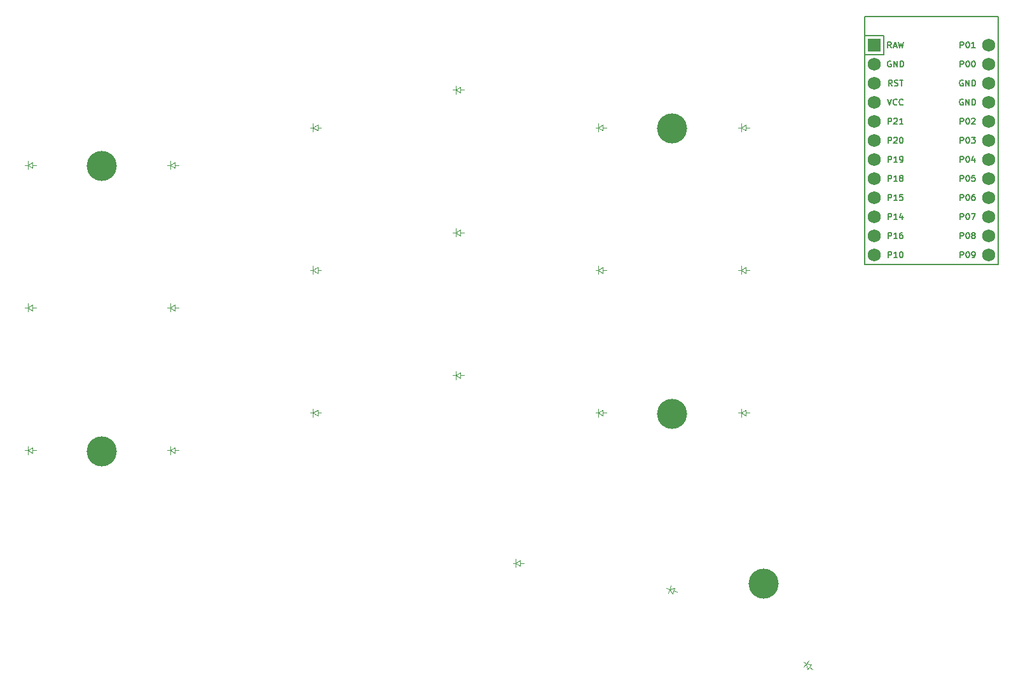
<source format=gbr>
%TF.GenerationSoftware,KiCad,Pcbnew,9.0.3*%
%TF.CreationDate,2025-09-27T17:43:50-06:00*%
%TF.ProjectId,left_connected,6c656674-5f63-46f6-9e6e-65637465642e,v1.0.0*%
%TF.SameCoordinates,Original*%
%TF.FileFunction,Legend,Top*%
%TF.FilePolarity,Positive*%
%FSLAX46Y46*%
G04 Gerber Fmt 4.6, Leading zero omitted, Abs format (unit mm)*
G04 Created by KiCad (PCBNEW 9.0.3) date 2025-09-27 17:43:50*
%MOMM*%
%LPD*%
G01*
G04 APERTURE LIST*
%ADD10C,0.150000*%
%ADD11C,0.100000*%
%ADD12R,1.752600X1.752600*%
%ADD13C,1.752600*%
%ADD14C,4.000000*%
G04 APERTURE END LIST*
D10*
X214133333Y-58212295D02*
X214400000Y-59012295D01*
X214400000Y-59012295D02*
X214666666Y-58212295D01*
X215390476Y-58936104D02*
X215352380Y-58974200D01*
X215352380Y-58974200D02*
X215238095Y-59012295D01*
X215238095Y-59012295D02*
X215161904Y-59012295D01*
X215161904Y-59012295D02*
X215047618Y-58974200D01*
X215047618Y-58974200D02*
X214971428Y-58898009D01*
X214971428Y-58898009D02*
X214933333Y-58821819D01*
X214933333Y-58821819D02*
X214895237Y-58669438D01*
X214895237Y-58669438D02*
X214895237Y-58555152D01*
X214895237Y-58555152D02*
X214933333Y-58402771D01*
X214933333Y-58402771D02*
X214971428Y-58326580D01*
X214971428Y-58326580D02*
X215047618Y-58250390D01*
X215047618Y-58250390D02*
X215161904Y-58212295D01*
X215161904Y-58212295D02*
X215238095Y-58212295D01*
X215238095Y-58212295D02*
X215352380Y-58250390D01*
X215352380Y-58250390D02*
X215390476Y-58288485D01*
X216190476Y-58936104D02*
X216152380Y-58974200D01*
X216152380Y-58974200D02*
X216038095Y-59012295D01*
X216038095Y-59012295D02*
X215961904Y-59012295D01*
X215961904Y-59012295D02*
X215847618Y-58974200D01*
X215847618Y-58974200D02*
X215771428Y-58898009D01*
X215771428Y-58898009D02*
X215733333Y-58821819D01*
X215733333Y-58821819D02*
X215695237Y-58669438D01*
X215695237Y-58669438D02*
X215695237Y-58555152D01*
X215695237Y-58555152D02*
X215733333Y-58402771D01*
X215733333Y-58402771D02*
X215771428Y-58326580D01*
X215771428Y-58326580D02*
X215847618Y-58250390D01*
X215847618Y-58250390D02*
X215961904Y-58212295D01*
X215961904Y-58212295D02*
X216038095Y-58212295D01*
X216038095Y-58212295D02*
X216152380Y-58250390D01*
X216152380Y-58250390D02*
X216190476Y-58288485D01*
X214228571Y-61552295D02*
X214228571Y-60752295D01*
X214228571Y-60752295D02*
X214533333Y-60752295D01*
X214533333Y-60752295D02*
X214609523Y-60790390D01*
X214609523Y-60790390D02*
X214647618Y-60828485D01*
X214647618Y-60828485D02*
X214685714Y-60904676D01*
X214685714Y-60904676D02*
X214685714Y-61018961D01*
X214685714Y-61018961D02*
X214647618Y-61095152D01*
X214647618Y-61095152D02*
X214609523Y-61133247D01*
X214609523Y-61133247D02*
X214533333Y-61171342D01*
X214533333Y-61171342D02*
X214228571Y-61171342D01*
X214990475Y-60828485D02*
X215028571Y-60790390D01*
X215028571Y-60790390D02*
X215104761Y-60752295D01*
X215104761Y-60752295D02*
X215295237Y-60752295D01*
X215295237Y-60752295D02*
X215371428Y-60790390D01*
X215371428Y-60790390D02*
X215409523Y-60828485D01*
X215409523Y-60828485D02*
X215447618Y-60904676D01*
X215447618Y-60904676D02*
X215447618Y-60980866D01*
X215447618Y-60980866D02*
X215409523Y-61095152D01*
X215409523Y-61095152D02*
X214952380Y-61552295D01*
X214952380Y-61552295D02*
X215447618Y-61552295D01*
X216209523Y-61552295D02*
X215752380Y-61552295D01*
X215980952Y-61552295D02*
X215980952Y-60752295D01*
X215980952Y-60752295D02*
X215904761Y-60866580D01*
X215904761Y-60866580D02*
X215828571Y-60942771D01*
X215828571Y-60942771D02*
X215752380Y-60980866D01*
X223828571Y-61552295D02*
X223828571Y-60752295D01*
X223828571Y-60752295D02*
X224133333Y-60752295D01*
X224133333Y-60752295D02*
X224209523Y-60790390D01*
X224209523Y-60790390D02*
X224247618Y-60828485D01*
X224247618Y-60828485D02*
X224285714Y-60904676D01*
X224285714Y-60904676D02*
X224285714Y-61018961D01*
X224285714Y-61018961D02*
X224247618Y-61095152D01*
X224247618Y-61095152D02*
X224209523Y-61133247D01*
X224209523Y-61133247D02*
X224133333Y-61171342D01*
X224133333Y-61171342D02*
X223828571Y-61171342D01*
X224780952Y-60752295D02*
X224857142Y-60752295D01*
X224857142Y-60752295D02*
X224933333Y-60790390D01*
X224933333Y-60790390D02*
X224971428Y-60828485D01*
X224971428Y-60828485D02*
X225009523Y-60904676D01*
X225009523Y-60904676D02*
X225047618Y-61057057D01*
X225047618Y-61057057D02*
X225047618Y-61247533D01*
X225047618Y-61247533D02*
X225009523Y-61399914D01*
X225009523Y-61399914D02*
X224971428Y-61476104D01*
X224971428Y-61476104D02*
X224933333Y-61514200D01*
X224933333Y-61514200D02*
X224857142Y-61552295D01*
X224857142Y-61552295D02*
X224780952Y-61552295D01*
X224780952Y-61552295D02*
X224704761Y-61514200D01*
X224704761Y-61514200D02*
X224666666Y-61476104D01*
X224666666Y-61476104D02*
X224628571Y-61399914D01*
X224628571Y-61399914D02*
X224590475Y-61247533D01*
X224590475Y-61247533D02*
X224590475Y-61057057D01*
X224590475Y-61057057D02*
X224628571Y-60904676D01*
X224628571Y-60904676D02*
X224666666Y-60828485D01*
X224666666Y-60828485D02*
X224704761Y-60790390D01*
X224704761Y-60790390D02*
X224780952Y-60752295D01*
X225352380Y-60828485D02*
X225390476Y-60790390D01*
X225390476Y-60790390D02*
X225466666Y-60752295D01*
X225466666Y-60752295D02*
X225657142Y-60752295D01*
X225657142Y-60752295D02*
X225733333Y-60790390D01*
X225733333Y-60790390D02*
X225771428Y-60828485D01*
X225771428Y-60828485D02*
X225809523Y-60904676D01*
X225809523Y-60904676D02*
X225809523Y-60980866D01*
X225809523Y-60980866D02*
X225771428Y-61095152D01*
X225771428Y-61095152D02*
X225314285Y-61552295D01*
X225314285Y-61552295D02*
X225809523Y-61552295D01*
X223828571Y-66632295D02*
X223828571Y-65832295D01*
X223828571Y-65832295D02*
X224133333Y-65832295D01*
X224133333Y-65832295D02*
X224209523Y-65870390D01*
X224209523Y-65870390D02*
X224247618Y-65908485D01*
X224247618Y-65908485D02*
X224285714Y-65984676D01*
X224285714Y-65984676D02*
X224285714Y-66098961D01*
X224285714Y-66098961D02*
X224247618Y-66175152D01*
X224247618Y-66175152D02*
X224209523Y-66213247D01*
X224209523Y-66213247D02*
X224133333Y-66251342D01*
X224133333Y-66251342D02*
X223828571Y-66251342D01*
X224780952Y-65832295D02*
X224857142Y-65832295D01*
X224857142Y-65832295D02*
X224933333Y-65870390D01*
X224933333Y-65870390D02*
X224971428Y-65908485D01*
X224971428Y-65908485D02*
X225009523Y-65984676D01*
X225009523Y-65984676D02*
X225047618Y-66137057D01*
X225047618Y-66137057D02*
X225047618Y-66327533D01*
X225047618Y-66327533D02*
X225009523Y-66479914D01*
X225009523Y-66479914D02*
X224971428Y-66556104D01*
X224971428Y-66556104D02*
X224933333Y-66594200D01*
X224933333Y-66594200D02*
X224857142Y-66632295D01*
X224857142Y-66632295D02*
X224780952Y-66632295D01*
X224780952Y-66632295D02*
X224704761Y-66594200D01*
X224704761Y-66594200D02*
X224666666Y-66556104D01*
X224666666Y-66556104D02*
X224628571Y-66479914D01*
X224628571Y-66479914D02*
X224590475Y-66327533D01*
X224590475Y-66327533D02*
X224590475Y-66137057D01*
X224590475Y-66137057D02*
X224628571Y-65984676D01*
X224628571Y-65984676D02*
X224666666Y-65908485D01*
X224666666Y-65908485D02*
X224704761Y-65870390D01*
X224704761Y-65870390D02*
X224780952Y-65832295D01*
X225733333Y-66098961D02*
X225733333Y-66632295D01*
X225542857Y-65794200D02*
X225352380Y-66365628D01*
X225352380Y-66365628D02*
X225847619Y-66365628D01*
X224190476Y-58250390D02*
X224114286Y-58212295D01*
X224114286Y-58212295D02*
X224000000Y-58212295D01*
X224000000Y-58212295D02*
X223885714Y-58250390D01*
X223885714Y-58250390D02*
X223809524Y-58326580D01*
X223809524Y-58326580D02*
X223771429Y-58402771D01*
X223771429Y-58402771D02*
X223733333Y-58555152D01*
X223733333Y-58555152D02*
X223733333Y-58669438D01*
X223733333Y-58669438D02*
X223771429Y-58821819D01*
X223771429Y-58821819D02*
X223809524Y-58898009D01*
X223809524Y-58898009D02*
X223885714Y-58974200D01*
X223885714Y-58974200D02*
X224000000Y-59012295D01*
X224000000Y-59012295D02*
X224076191Y-59012295D01*
X224076191Y-59012295D02*
X224190476Y-58974200D01*
X224190476Y-58974200D02*
X224228572Y-58936104D01*
X224228572Y-58936104D02*
X224228572Y-58669438D01*
X224228572Y-58669438D02*
X224076191Y-58669438D01*
X224571429Y-59012295D02*
X224571429Y-58212295D01*
X224571429Y-58212295D02*
X225028572Y-59012295D01*
X225028572Y-59012295D02*
X225028572Y-58212295D01*
X225409524Y-59012295D02*
X225409524Y-58212295D01*
X225409524Y-58212295D02*
X225600000Y-58212295D01*
X225600000Y-58212295D02*
X225714286Y-58250390D01*
X225714286Y-58250390D02*
X225790476Y-58326580D01*
X225790476Y-58326580D02*
X225828571Y-58402771D01*
X225828571Y-58402771D02*
X225866667Y-58555152D01*
X225866667Y-58555152D02*
X225866667Y-58669438D01*
X225866667Y-58669438D02*
X225828571Y-58821819D01*
X225828571Y-58821819D02*
X225790476Y-58898009D01*
X225790476Y-58898009D02*
X225714286Y-58974200D01*
X225714286Y-58974200D02*
X225600000Y-59012295D01*
X225600000Y-59012295D02*
X225409524Y-59012295D01*
X223828571Y-64092295D02*
X223828571Y-63292295D01*
X223828571Y-63292295D02*
X224133333Y-63292295D01*
X224133333Y-63292295D02*
X224209523Y-63330390D01*
X224209523Y-63330390D02*
X224247618Y-63368485D01*
X224247618Y-63368485D02*
X224285714Y-63444676D01*
X224285714Y-63444676D02*
X224285714Y-63558961D01*
X224285714Y-63558961D02*
X224247618Y-63635152D01*
X224247618Y-63635152D02*
X224209523Y-63673247D01*
X224209523Y-63673247D02*
X224133333Y-63711342D01*
X224133333Y-63711342D02*
X223828571Y-63711342D01*
X224780952Y-63292295D02*
X224857142Y-63292295D01*
X224857142Y-63292295D02*
X224933333Y-63330390D01*
X224933333Y-63330390D02*
X224971428Y-63368485D01*
X224971428Y-63368485D02*
X225009523Y-63444676D01*
X225009523Y-63444676D02*
X225047618Y-63597057D01*
X225047618Y-63597057D02*
X225047618Y-63787533D01*
X225047618Y-63787533D02*
X225009523Y-63939914D01*
X225009523Y-63939914D02*
X224971428Y-64016104D01*
X224971428Y-64016104D02*
X224933333Y-64054200D01*
X224933333Y-64054200D02*
X224857142Y-64092295D01*
X224857142Y-64092295D02*
X224780952Y-64092295D01*
X224780952Y-64092295D02*
X224704761Y-64054200D01*
X224704761Y-64054200D02*
X224666666Y-64016104D01*
X224666666Y-64016104D02*
X224628571Y-63939914D01*
X224628571Y-63939914D02*
X224590475Y-63787533D01*
X224590475Y-63787533D02*
X224590475Y-63597057D01*
X224590475Y-63597057D02*
X224628571Y-63444676D01*
X224628571Y-63444676D02*
X224666666Y-63368485D01*
X224666666Y-63368485D02*
X224704761Y-63330390D01*
X224704761Y-63330390D02*
X224780952Y-63292295D01*
X225314285Y-63292295D02*
X225809523Y-63292295D01*
X225809523Y-63292295D02*
X225542857Y-63597057D01*
X225542857Y-63597057D02*
X225657142Y-63597057D01*
X225657142Y-63597057D02*
X225733333Y-63635152D01*
X225733333Y-63635152D02*
X225771428Y-63673247D01*
X225771428Y-63673247D02*
X225809523Y-63749438D01*
X225809523Y-63749438D02*
X225809523Y-63939914D01*
X225809523Y-63939914D02*
X225771428Y-64016104D01*
X225771428Y-64016104D02*
X225733333Y-64054200D01*
X225733333Y-64054200D02*
X225657142Y-64092295D01*
X225657142Y-64092295D02*
X225428571Y-64092295D01*
X225428571Y-64092295D02*
X225352380Y-64054200D01*
X225352380Y-64054200D02*
X225314285Y-64016104D01*
X214647619Y-51392295D02*
X214380952Y-51011342D01*
X214190476Y-51392295D02*
X214190476Y-50592295D01*
X214190476Y-50592295D02*
X214495238Y-50592295D01*
X214495238Y-50592295D02*
X214571428Y-50630390D01*
X214571428Y-50630390D02*
X214609523Y-50668485D01*
X214609523Y-50668485D02*
X214647619Y-50744676D01*
X214647619Y-50744676D02*
X214647619Y-50858961D01*
X214647619Y-50858961D02*
X214609523Y-50935152D01*
X214609523Y-50935152D02*
X214571428Y-50973247D01*
X214571428Y-50973247D02*
X214495238Y-51011342D01*
X214495238Y-51011342D02*
X214190476Y-51011342D01*
X214952380Y-51163723D02*
X215333333Y-51163723D01*
X214876190Y-51392295D02*
X215142857Y-50592295D01*
X215142857Y-50592295D02*
X215409523Y-51392295D01*
X215599999Y-50592295D02*
X215790475Y-51392295D01*
X215790475Y-51392295D02*
X215942856Y-50820866D01*
X215942856Y-50820866D02*
X216095237Y-51392295D01*
X216095237Y-51392295D02*
X216285714Y-50592295D01*
X214228571Y-66632295D02*
X214228571Y-65832295D01*
X214228571Y-65832295D02*
X214533333Y-65832295D01*
X214533333Y-65832295D02*
X214609523Y-65870390D01*
X214609523Y-65870390D02*
X214647618Y-65908485D01*
X214647618Y-65908485D02*
X214685714Y-65984676D01*
X214685714Y-65984676D02*
X214685714Y-66098961D01*
X214685714Y-66098961D02*
X214647618Y-66175152D01*
X214647618Y-66175152D02*
X214609523Y-66213247D01*
X214609523Y-66213247D02*
X214533333Y-66251342D01*
X214533333Y-66251342D02*
X214228571Y-66251342D01*
X215447618Y-66632295D02*
X214990475Y-66632295D01*
X215219047Y-66632295D02*
X215219047Y-65832295D01*
X215219047Y-65832295D02*
X215142856Y-65946580D01*
X215142856Y-65946580D02*
X215066666Y-66022771D01*
X215066666Y-66022771D02*
X214990475Y-66060866D01*
X215828571Y-66632295D02*
X215980952Y-66632295D01*
X215980952Y-66632295D02*
X216057142Y-66594200D01*
X216057142Y-66594200D02*
X216095238Y-66556104D01*
X216095238Y-66556104D02*
X216171428Y-66441819D01*
X216171428Y-66441819D02*
X216209523Y-66289438D01*
X216209523Y-66289438D02*
X216209523Y-65984676D01*
X216209523Y-65984676D02*
X216171428Y-65908485D01*
X216171428Y-65908485D02*
X216133333Y-65870390D01*
X216133333Y-65870390D02*
X216057142Y-65832295D01*
X216057142Y-65832295D02*
X215904761Y-65832295D01*
X215904761Y-65832295D02*
X215828571Y-65870390D01*
X215828571Y-65870390D02*
X215790476Y-65908485D01*
X215790476Y-65908485D02*
X215752380Y-65984676D01*
X215752380Y-65984676D02*
X215752380Y-66175152D01*
X215752380Y-66175152D02*
X215790476Y-66251342D01*
X215790476Y-66251342D02*
X215828571Y-66289438D01*
X215828571Y-66289438D02*
X215904761Y-66327533D01*
X215904761Y-66327533D02*
X216057142Y-66327533D01*
X216057142Y-66327533D02*
X216133333Y-66289438D01*
X216133333Y-66289438D02*
X216171428Y-66251342D01*
X216171428Y-66251342D02*
X216209523Y-66175152D01*
X214228571Y-69172295D02*
X214228571Y-68372295D01*
X214228571Y-68372295D02*
X214533333Y-68372295D01*
X214533333Y-68372295D02*
X214609523Y-68410390D01*
X214609523Y-68410390D02*
X214647618Y-68448485D01*
X214647618Y-68448485D02*
X214685714Y-68524676D01*
X214685714Y-68524676D02*
X214685714Y-68638961D01*
X214685714Y-68638961D02*
X214647618Y-68715152D01*
X214647618Y-68715152D02*
X214609523Y-68753247D01*
X214609523Y-68753247D02*
X214533333Y-68791342D01*
X214533333Y-68791342D02*
X214228571Y-68791342D01*
X215447618Y-69172295D02*
X214990475Y-69172295D01*
X215219047Y-69172295D02*
X215219047Y-68372295D01*
X215219047Y-68372295D02*
X215142856Y-68486580D01*
X215142856Y-68486580D02*
X215066666Y-68562771D01*
X215066666Y-68562771D02*
X214990475Y-68600866D01*
X215904761Y-68715152D02*
X215828571Y-68677057D01*
X215828571Y-68677057D02*
X215790476Y-68638961D01*
X215790476Y-68638961D02*
X215752380Y-68562771D01*
X215752380Y-68562771D02*
X215752380Y-68524676D01*
X215752380Y-68524676D02*
X215790476Y-68448485D01*
X215790476Y-68448485D02*
X215828571Y-68410390D01*
X215828571Y-68410390D02*
X215904761Y-68372295D01*
X215904761Y-68372295D02*
X216057142Y-68372295D01*
X216057142Y-68372295D02*
X216133333Y-68410390D01*
X216133333Y-68410390D02*
X216171428Y-68448485D01*
X216171428Y-68448485D02*
X216209523Y-68524676D01*
X216209523Y-68524676D02*
X216209523Y-68562771D01*
X216209523Y-68562771D02*
X216171428Y-68638961D01*
X216171428Y-68638961D02*
X216133333Y-68677057D01*
X216133333Y-68677057D02*
X216057142Y-68715152D01*
X216057142Y-68715152D02*
X215904761Y-68715152D01*
X215904761Y-68715152D02*
X215828571Y-68753247D01*
X215828571Y-68753247D02*
X215790476Y-68791342D01*
X215790476Y-68791342D02*
X215752380Y-68867533D01*
X215752380Y-68867533D02*
X215752380Y-69019914D01*
X215752380Y-69019914D02*
X215790476Y-69096104D01*
X215790476Y-69096104D02*
X215828571Y-69134200D01*
X215828571Y-69134200D02*
X215904761Y-69172295D01*
X215904761Y-69172295D02*
X216057142Y-69172295D01*
X216057142Y-69172295D02*
X216133333Y-69134200D01*
X216133333Y-69134200D02*
X216171428Y-69096104D01*
X216171428Y-69096104D02*
X216209523Y-69019914D01*
X216209523Y-69019914D02*
X216209523Y-68867533D01*
X216209523Y-68867533D02*
X216171428Y-68791342D01*
X216171428Y-68791342D02*
X216133333Y-68753247D01*
X216133333Y-68753247D02*
X216057142Y-68715152D01*
X214228571Y-64092295D02*
X214228571Y-63292295D01*
X214228571Y-63292295D02*
X214533333Y-63292295D01*
X214533333Y-63292295D02*
X214609523Y-63330390D01*
X214609523Y-63330390D02*
X214647618Y-63368485D01*
X214647618Y-63368485D02*
X214685714Y-63444676D01*
X214685714Y-63444676D02*
X214685714Y-63558961D01*
X214685714Y-63558961D02*
X214647618Y-63635152D01*
X214647618Y-63635152D02*
X214609523Y-63673247D01*
X214609523Y-63673247D02*
X214533333Y-63711342D01*
X214533333Y-63711342D02*
X214228571Y-63711342D01*
X214990475Y-63368485D02*
X215028571Y-63330390D01*
X215028571Y-63330390D02*
X215104761Y-63292295D01*
X215104761Y-63292295D02*
X215295237Y-63292295D01*
X215295237Y-63292295D02*
X215371428Y-63330390D01*
X215371428Y-63330390D02*
X215409523Y-63368485D01*
X215409523Y-63368485D02*
X215447618Y-63444676D01*
X215447618Y-63444676D02*
X215447618Y-63520866D01*
X215447618Y-63520866D02*
X215409523Y-63635152D01*
X215409523Y-63635152D02*
X214952380Y-64092295D01*
X214952380Y-64092295D02*
X215447618Y-64092295D01*
X215942857Y-63292295D02*
X216019047Y-63292295D01*
X216019047Y-63292295D02*
X216095238Y-63330390D01*
X216095238Y-63330390D02*
X216133333Y-63368485D01*
X216133333Y-63368485D02*
X216171428Y-63444676D01*
X216171428Y-63444676D02*
X216209523Y-63597057D01*
X216209523Y-63597057D02*
X216209523Y-63787533D01*
X216209523Y-63787533D02*
X216171428Y-63939914D01*
X216171428Y-63939914D02*
X216133333Y-64016104D01*
X216133333Y-64016104D02*
X216095238Y-64054200D01*
X216095238Y-64054200D02*
X216019047Y-64092295D01*
X216019047Y-64092295D02*
X215942857Y-64092295D01*
X215942857Y-64092295D02*
X215866666Y-64054200D01*
X215866666Y-64054200D02*
X215828571Y-64016104D01*
X215828571Y-64016104D02*
X215790476Y-63939914D01*
X215790476Y-63939914D02*
X215752380Y-63787533D01*
X215752380Y-63787533D02*
X215752380Y-63597057D01*
X215752380Y-63597057D02*
X215790476Y-63444676D01*
X215790476Y-63444676D02*
X215828571Y-63368485D01*
X215828571Y-63368485D02*
X215866666Y-63330390D01*
X215866666Y-63330390D02*
X215942857Y-63292295D01*
X223828571Y-71712295D02*
X223828571Y-70912295D01*
X223828571Y-70912295D02*
X224133333Y-70912295D01*
X224133333Y-70912295D02*
X224209523Y-70950390D01*
X224209523Y-70950390D02*
X224247618Y-70988485D01*
X224247618Y-70988485D02*
X224285714Y-71064676D01*
X224285714Y-71064676D02*
X224285714Y-71178961D01*
X224285714Y-71178961D02*
X224247618Y-71255152D01*
X224247618Y-71255152D02*
X224209523Y-71293247D01*
X224209523Y-71293247D02*
X224133333Y-71331342D01*
X224133333Y-71331342D02*
X223828571Y-71331342D01*
X224780952Y-70912295D02*
X224857142Y-70912295D01*
X224857142Y-70912295D02*
X224933333Y-70950390D01*
X224933333Y-70950390D02*
X224971428Y-70988485D01*
X224971428Y-70988485D02*
X225009523Y-71064676D01*
X225009523Y-71064676D02*
X225047618Y-71217057D01*
X225047618Y-71217057D02*
X225047618Y-71407533D01*
X225047618Y-71407533D02*
X225009523Y-71559914D01*
X225009523Y-71559914D02*
X224971428Y-71636104D01*
X224971428Y-71636104D02*
X224933333Y-71674200D01*
X224933333Y-71674200D02*
X224857142Y-71712295D01*
X224857142Y-71712295D02*
X224780952Y-71712295D01*
X224780952Y-71712295D02*
X224704761Y-71674200D01*
X224704761Y-71674200D02*
X224666666Y-71636104D01*
X224666666Y-71636104D02*
X224628571Y-71559914D01*
X224628571Y-71559914D02*
X224590475Y-71407533D01*
X224590475Y-71407533D02*
X224590475Y-71217057D01*
X224590475Y-71217057D02*
X224628571Y-71064676D01*
X224628571Y-71064676D02*
X224666666Y-70988485D01*
X224666666Y-70988485D02*
X224704761Y-70950390D01*
X224704761Y-70950390D02*
X224780952Y-70912295D01*
X225733333Y-70912295D02*
X225580952Y-70912295D01*
X225580952Y-70912295D02*
X225504761Y-70950390D01*
X225504761Y-70950390D02*
X225466666Y-70988485D01*
X225466666Y-70988485D02*
X225390476Y-71102771D01*
X225390476Y-71102771D02*
X225352380Y-71255152D01*
X225352380Y-71255152D02*
X225352380Y-71559914D01*
X225352380Y-71559914D02*
X225390476Y-71636104D01*
X225390476Y-71636104D02*
X225428571Y-71674200D01*
X225428571Y-71674200D02*
X225504761Y-71712295D01*
X225504761Y-71712295D02*
X225657142Y-71712295D01*
X225657142Y-71712295D02*
X225733333Y-71674200D01*
X225733333Y-71674200D02*
X225771428Y-71636104D01*
X225771428Y-71636104D02*
X225809523Y-71559914D01*
X225809523Y-71559914D02*
X225809523Y-71369438D01*
X225809523Y-71369438D02*
X225771428Y-71293247D01*
X225771428Y-71293247D02*
X225733333Y-71255152D01*
X225733333Y-71255152D02*
X225657142Y-71217057D01*
X225657142Y-71217057D02*
X225504761Y-71217057D01*
X225504761Y-71217057D02*
X225428571Y-71255152D01*
X225428571Y-71255152D02*
X225390476Y-71293247D01*
X225390476Y-71293247D02*
X225352380Y-71369438D01*
X223828571Y-69172295D02*
X223828571Y-68372295D01*
X223828571Y-68372295D02*
X224133333Y-68372295D01*
X224133333Y-68372295D02*
X224209523Y-68410390D01*
X224209523Y-68410390D02*
X224247618Y-68448485D01*
X224247618Y-68448485D02*
X224285714Y-68524676D01*
X224285714Y-68524676D02*
X224285714Y-68638961D01*
X224285714Y-68638961D02*
X224247618Y-68715152D01*
X224247618Y-68715152D02*
X224209523Y-68753247D01*
X224209523Y-68753247D02*
X224133333Y-68791342D01*
X224133333Y-68791342D02*
X223828571Y-68791342D01*
X224780952Y-68372295D02*
X224857142Y-68372295D01*
X224857142Y-68372295D02*
X224933333Y-68410390D01*
X224933333Y-68410390D02*
X224971428Y-68448485D01*
X224971428Y-68448485D02*
X225009523Y-68524676D01*
X225009523Y-68524676D02*
X225047618Y-68677057D01*
X225047618Y-68677057D02*
X225047618Y-68867533D01*
X225047618Y-68867533D02*
X225009523Y-69019914D01*
X225009523Y-69019914D02*
X224971428Y-69096104D01*
X224971428Y-69096104D02*
X224933333Y-69134200D01*
X224933333Y-69134200D02*
X224857142Y-69172295D01*
X224857142Y-69172295D02*
X224780952Y-69172295D01*
X224780952Y-69172295D02*
X224704761Y-69134200D01*
X224704761Y-69134200D02*
X224666666Y-69096104D01*
X224666666Y-69096104D02*
X224628571Y-69019914D01*
X224628571Y-69019914D02*
X224590475Y-68867533D01*
X224590475Y-68867533D02*
X224590475Y-68677057D01*
X224590475Y-68677057D02*
X224628571Y-68524676D01*
X224628571Y-68524676D02*
X224666666Y-68448485D01*
X224666666Y-68448485D02*
X224704761Y-68410390D01*
X224704761Y-68410390D02*
X224780952Y-68372295D01*
X225771428Y-68372295D02*
X225390476Y-68372295D01*
X225390476Y-68372295D02*
X225352380Y-68753247D01*
X225352380Y-68753247D02*
X225390476Y-68715152D01*
X225390476Y-68715152D02*
X225466666Y-68677057D01*
X225466666Y-68677057D02*
X225657142Y-68677057D01*
X225657142Y-68677057D02*
X225733333Y-68715152D01*
X225733333Y-68715152D02*
X225771428Y-68753247D01*
X225771428Y-68753247D02*
X225809523Y-68829438D01*
X225809523Y-68829438D02*
X225809523Y-69019914D01*
X225809523Y-69019914D02*
X225771428Y-69096104D01*
X225771428Y-69096104D02*
X225733333Y-69134200D01*
X225733333Y-69134200D02*
X225657142Y-69172295D01*
X225657142Y-69172295D02*
X225466666Y-69172295D01*
X225466666Y-69172295D02*
X225390476Y-69134200D01*
X225390476Y-69134200D02*
X225352380Y-69096104D01*
X214228571Y-74252295D02*
X214228571Y-73452295D01*
X214228571Y-73452295D02*
X214533333Y-73452295D01*
X214533333Y-73452295D02*
X214609523Y-73490390D01*
X214609523Y-73490390D02*
X214647618Y-73528485D01*
X214647618Y-73528485D02*
X214685714Y-73604676D01*
X214685714Y-73604676D02*
X214685714Y-73718961D01*
X214685714Y-73718961D02*
X214647618Y-73795152D01*
X214647618Y-73795152D02*
X214609523Y-73833247D01*
X214609523Y-73833247D02*
X214533333Y-73871342D01*
X214533333Y-73871342D02*
X214228571Y-73871342D01*
X215447618Y-74252295D02*
X214990475Y-74252295D01*
X215219047Y-74252295D02*
X215219047Y-73452295D01*
X215219047Y-73452295D02*
X215142856Y-73566580D01*
X215142856Y-73566580D02*
X215066666Y-73642771D01*
X215066666Y-73642771D02*
X214990475Y-73680866D01*
X216133333Y-73718961D02*
X216133333Y-74252295D01*
X215942857Y-73414200D02*
X215752380Y-73985628D01*
X215752380Y-73985628D02*
X216247619Y-73985628D01*
X223828571Y-53932295D02*
X223828571Y-53132295D01*
X223828571Y-53132295D02*
X224133333Y-53132295D01*
X224133333Y-53132295D02*
X224209523Y-53170390D01*
X224209523Y-53170390D02*
X224247618Y-53208485D01*
X224247618Y-53208485D02*
X224285714Y-53284676D01*
X224285714Y-53284676D02*
X224285714Y-53398961D01*
X224285714Y-53398961D02*
X224247618Y-53475152D01*
X224247618Y-53475152D02*
X224209523Y-53513247D01*
X224209523Y-53513247D02*
X224133333Y-53551342D01*
X224133333Y-53551342D02*
X223828571Y-53551342D01*
X224780952Y-53132295D02*
X224857142Y-53132295D01*
X224857142Y-53132295D02*
X224933333Y-53170390D01*
X224933333Y-53170390D02*
X224971428Y-53208485D01*
X224971428Y-53208485D02*
X225009523Y-53284676D01*
X225009523Y-53284676D02*
X225047618Y-53437057D01*
X225047618Y-53437057D02*
X225047618Y-53627533D01*
X225047618Y-53627533D02*
X225009523Y-53779914D01*
X225009523Y-53779914D02*
X224971428Y-53856104D01*
X224971428Y-53856104D02*
X224933333Y-53894200D01*
X224933333Y-53894200D02*
X224857142Y-53932295D01*
X224857142Y-53932295D02*
X224780952Y-53932295D01*
X224780952Y-53932295D02*
X224704761Y-53894200D01*
X224704761Y-53894200D02*
X224666666Y-53856104D01*
X224666666Y-53856104D02*
X224628571Y-53779914D01*
X224628571Y-53779914D02*
X224590475Y-53627533D01*
X224590475Y-53627533D02*
X224590475Y-53437057D01*
X224590475Y-53437057D02*
X224628571Y-53284676D01*
X224628571Y-53284676D02*
X224666666Y-53208485D01*
X224666666Y-53208485D02*
X224704761Y-53170390D01*
X224704761Y-53170390D02*
X224780952Y-53132295D01*
X225542857Y-53132295D02*
X225619047Y-53132295D01*
X225619047Y-53132295D02*
X225695238Y-53170390D01*
X225695238Y-53170390D02*
X225733333Y-53208485D01*
X225733333Y-53208485D02*
X225771428Y-53284676D01*
X225771428Y-53284676D02*
X225809523Y-53437057D01*
X225809523Y-53437057D02*
X225809523Y-53627533D01*
X225809523Y-53627533D02*
X225771428Y-53779914D01*
X225771428Y-53779914D02*
X225733333Y-53856104D01*
X225733333Y-53856104D02*
X225695238Y-53894200D01*
X225695238Y-53894200D02*
X225619047Y-53932295D01*
X225619047Y-53932295D02*
X225542857Y-53932295D01*
X225542857Y-53932295D02*
X225466666Y-53894200D01*
X225466666Y-53894200D02*
X225428571Y-53856104D01*
X225428571Y-53856104D02*
X225390476Y-53779914D01*
X225390476Y-53779914D02*
X225352380Y-53627533D01*
X225352380Y-53627533D02*
X225352380Y-53437057D01*
X225352380Y-53437057D02*
X225390476Y-53284676D01*
X225390476Y-53284676D02*
X225428571Y-53208485D01*
X225428571Y-53208485D02*
X225466666Y-53170390D01*
X225466666Y-53170390D02*
X225542857Y-53132295D01*
X214228571Y-71712295D02*
X214228571Y-70912295D01*
X214228571Y-70912295D02*
X214533333Y-70912295D01*
X214533333Y-70912295D02*
X214609523Y-70950390D01*
X214609523Y-70950390D02*
X214647618Y-70988485D01*
X214647618Y-70988485D02*
X214685714Y-71064676D01*
X214685714Y-71064676D02*
X214685714Y-71178961D01*
X214685714Y-71178961D02*
X214647618Y-71255152D01*
X214647618Y-71255152D02*
X214609523Y-71293247D01*
X214609523Y-71293247D02*
X214533333Y-71331342D01*
X214533333Y-71331342D02*
X214228571Y-71331342D01*
X215447618Y-71712295D02*
X214990475Y-71712295D01*
X215219047Y-71712295D02*
X215219047Y-70912295D01*
X215219047Y-70912295D02*
X215142856Y-71026580D01*
X215142856Y-71026580D02*
X215066666Y-71102771D01*
X215066666Y-71102771D02*
X214990475Y-71140866D01*
X216171428Y-70912295D02*
X215790476Y-70912295D01*
X215790476Y-70912295D02*
X215752380Y-71293247D01*
X215752380Y-71293247D02*
X215790476Y-71255152D01*
X215790476Y-71255152D02*
X215866666Y-71217057D01*
X215866666Y-71217057D02*
X216057142Y-71217057D01*
X216057142Y-71217057D02*
X216133333Y-71255152D01*
X216133333Y-71255152D02*
X216171428Y-71293247D01*
X216171428Y-71293247D02*
X216209523Y-71369438D01*
X216209523Y-71369438D02*
X216209523Y-71559914D01*
X216209523Y-71559914D02*
X216171428Y-71636104D01*
X216171428Y-71636104D02*
X216133333Y-71674200D01*
X216133333Y-71674200D02*
X216057142Y-71712295D01*
X216057142Y-71712295D02*
X215866666Y-71712295D01*
X215866666Y-71712295D02*
X215790476Y-71674200D01*
X215790476Y-71674200D02*
X215752380Y-71636104D01*
X223828571Y-76792295D02*
X223828571Y-75992295D01*
X223828571Y-75992295D02*
X224133333Y-75992295D01*
X224133333Y-75992295D02*
X224209523Y-76030390D01*
X224209523Y-76030390D02*
X224247618Y-76068485D01*
X224247618Y-76068485D02*
X224285714Y-76144676D01*
X224285714Y-76144676D02*
X224285714Y-76258961D01*
X224285714Y-76258961D02*
X224247618Y-76335152D01*
X224247618Y-76335152D02*
X224209523Y-76373247D01*
X224209523Y-76373247D02*
X224133333Y-76411342D01*
X224133333Y-76411342D02*
X223828571Y-76411342D01*
X224780952Y-75992295D02*
X224857142Y-75992295D01*
X224857142Y-75992295D02*
X224933333Y-76030390D01*
X224933333Y-76030390D02*
X224971428Y-76068485D01*
X224971428Y-76068485D02*
X225009523Y-76144676D01*
X225009523Y-76144676D02*
X225047618Y-76297057D01*
X225047618Y-76297057D02*
X225047618Y-76487533D01*
X225047618Y-76487533D02*
X225009523Y-76639914D01*
X225009523Y-76639914D02*
X224971428Y-76716104D01*
X224971428Y-76716104D02*
X224933333Y-76754200D01*
X224933333Y-76754200D02*
X224857142Y-76792295D01*
X224857142Y-76792295D02*
X224780952Y-76792295D01*
X224780952Y-76792295D02*
X224704761Y-76754200D01*
X224704761Y-76754200D02*
X224666666Y-76716104D01*
X224666666Y-76716104D02*
X224628571Y-76639914D01*
X224628571Y-76639914D02*
X224590475Y-76487533D01*
X224590475Y-76487533D02*
X224590475Y-76297057D01*
X224590475Y-76297057D02*
X224628571Y-76144676D01*
X224628571Y-76144676D02*
X224666666Y-76068485D01*
X224666666Y-76068485D02*
X224704761Y-76030390D01*
X224704761Y-76030390D02*
X224780952Y-75992295D01*
X225504761Y-76335152D02*
X225428571Y-76297057D01*
X225428571Y-76297057D02*
X225390476Y-76258961D01*
X225390476Y-76258961D02*
X225352380Y-76182771D01*
X225352380Y-76182771D02*
X225352380Y-76144676D01*
X225352380Y-76144676D02*
X225390476Y-76068485D01*
X225390476Y-76068485D02*
X225428571Y-76030390D01*
X225428571Y-76030390D02*
X225504761Y-75992295D01*
X225504761Y-75992295D02*
X225657142Y-75992295D01*
X225657142Y-75992295D02*
X225733333Y-76030390D01*
X225733333Y-76030390D02*
X225771428Y-76068485D01*
X225771428Y-76068485D02*
X225809523Y-76144676D01*
X225809523Y-76144676D02*
X225809523Y-76182771D01*
X225809523Y-76182771D02*
X225771428Y-76258961D01*
X225771428Y-76258961D02*
X225733333Y-76297057D01*
X225733333Y-76297057D02*
X225657142Y-76335152D01*
X225657142Y-76335152D02*
X225504761Y-76335152D01*
X225504761Y-76335152D02*
X225428571Y-76373247D01*
X225428571Y-76373247D02*
X225390476Y-76411342D01*
X225390476Y-76411342D02*
X225352380Y-76487533D01*
X225352380Y-76487533D02*
X225352380Y-76639914D01*
X225352380Y-76639914D02*
X225390476Y-76716104D01*
X225390476Y-76716104D02*
X225428571Y-76754200D01*
X225428571Y-76754200D02*
X225504761Y-76792295D01*
X225504761Y-76792295D02*
X225657142Y-76792295D01*
X225657142Y-76792295D02*
X225733333Y-76754200D01*
X225733333Y-76754200D02*
X225771428Y-76716104D01*
X225771428Y-76716104D02*
X225809523Y-76639914D01*
X225809523Y-76639914D02*
X225809523Y-76487533D01*
X225809523Y-76487533D02*
X225771428Y-76411342D01*
X225771428Y-76411342D02*
X225733333Y-76373247D01*
X225733333Y-76373247D02*
X225657142Y-76335152D01*
X223828571Y-74252295D02*
X223828571Y-73452295D01*
X223828571Y-73452295D02*
X224133333Y-73452295D01*
X224133333Y-73452295D02*
X224209523Y-73490390D01*
X224209523Y-73490390D02*
X224247618Y-73528485D01*
X224247618Y-73528485D02*
X224285714Y-73604676D01*
X224285714Y-73604676D02*
X224285714Y-73718961D01*
X224285714Y-73718961D02*
X224247618Y-73795152D01*
X224247618Y-73795152D02*
X224209523Y-73833247D01*
X224209523Y-73833247D02*
X224133333Y-73871342D01*
X224133333Y-73871342D02*
X223828571Y-73871342D01*
X224780952Y-73452295D02*
X224857142Y-73452295D01*
X224857142Y-73452295D02*
X224933333Y-73490390D01*
X224933333Y-73490390D02*
X224971428Y-73528485D01*
X224971428Y-73528485D02*
X225009523Y-73604676D01*
X225009523Y-73604676D02*
X225047618Y-73757057D01*
X225047618Y-73757057D02*
X225047618Y-73947533D01*
X225047618Y-73947533D02*
X225009523Y-74099914D01*
X225009523Y-74099914D02*
X224971428Y-74176104D01*
X224971428Y-74176104D02*
X224933333Y-74214200D01*
X224933333Y-74214200D02*
X224857142Y-74252295D01*
X224857142Y-74252295D02*
X224780952Y-74252295D01*
X224780952Y-74252295D02*
X224704761Y-74214200D01*
X224704761Y-74214200D02*
X224666666Y-74176104D01*
X224666666Y-74176104D02*
X224628571Y-74099914D01*
X224628571Y-74099914D02*
X224590475Y-73947533D01*
X224590475Y-73947533D02*
X224590475Y-73757057D01*
X224590475Y-73757057D02*
X224628571Y-73604676D01*
X224628571Y-73604676D02*
X224666666Y-73528485D01*
X224666666Y-73528485D02*
X224704761Y-73490390D01*
X224704761Y-73490390D02*
X224780952Y-73452295D01*
X225314285Y-73452295D02*
X225847619Y-73452295D01*
X225847619Y-73452295D02*
X225504761Y-74252295D01*
X214228571Y-79332295D02*
X214228571Y-78532295D01*
X214228571Y-78532295D02*
X214533333Y-78532295D01*
X214533333Y-78532295D02*
X214609523Y-78570390D01*
X214609523Y-78570390D02*
X214647618Y-78608485D01*
X214647618Y-78608485D02*
X214685714Y-78684676D01*
X214685714Y-78684676D02*
X214685714Y-78798961D01*
X214685714Y-78798961D02*
X214647618Y-78875152D01*
X214647618Y-78875152D02*
X214609523Y-78913247D01*
X214609523Y-78913247D02*
X214533333Y-78951342D01*
X214533333Y-78951342D02*
X214228571Y-78951342D01*
X215447618Y-79332295D02*
X214990475Y-79332295D01*
X215219047Y-79332295D02*
X215219047Y-78532295D01*
X215219047Y-78532295D02*
X215142856Y-78646580D01*
X215142856Y-78646580D02*
X215066666Y-78722771D01*
X215066666Y-78722771D02*
X214990475Y-78760866D01*
X215942857Y-78532295D02*
X216019047Y-78532295D01*
X216019047Y-78532295D02*
X216095238Y-78570390D01*
X216095238Y-78570390D02*
X216133333Y-78608485D01*
X216133333Y-78608485D02*
X216171428Y-78684676D01*
X216171428Y-78684676D02*
X216209523Y-78837057D01*
X216209523Y-78837057D02*
X216209523Y-79027533D01*
X216209523Y-79027533D02*
X216171428Y-79179914D01*
X216171428Y-79179914D02*
X216133333Y-79256104D01*
X216133333Y-79256104D02*
X216095238Y-79294200D01*
X216095238Y-79294200D02*
X216019047Y-79332295D01*
X216019047Y-79332295D02*
X215942857Y-79332295D01*
X215942857Y-79332295D02*
X215866666Y-79294200D01*
X215866666Y-79294200D02*
X215828571Y-79256104D01*
X215828571Y-79256104D02*
X215790476Y-79179914D01*
X215790476Y-79179914D02*
X215752380Y-79027533D01*
X215752380Y-79027533D02*
X215752380Y-78837057D01*
X215752380Y-78837057D02*
X215790476Y-78684676D01*
X215790476Y-78684676D02*
X215828571Y-78608485D01*
X215828571Y-78608485D02*
X215866666Y-78570390D01*
X215866666Y-78570390D02*
X215942857Y-78532295D01*
X224190476Y-55710390D02*
X224114286Y-55672295D01*
X224114286Y-55672295D02*
X224000000Y-55672295D01*
X224000000Y-55672295D02*
X223885714Y-55710390D01*
X223885714Y-55710390D02*
X223809524Y-55786580D01*
X223809524Y-55786580D02*
X223771429Y-55862771D01*
X223771429Y-55862771D02*
X223733333Y-56015152D01*
X223733333Y-56015152D02*
X223733333Y-56129438D01*
X223733333Y-56129438D02*
X223771429Y-56281819D01*
X223771429Y-56281819D02*
X223809524Y-56358009D01*
X223809524Y-56358009D02*
X223885714Y-56434200D01*
X223885714Y-56434200D02*
X224000000Y-56472295D01*
X224000000Y-56472295D02*
X224076191Y-56472295D01*
X224076191Y-56472295D02*
X224190476Y-56434200D01*
X224190476Y-56434200D02*
X224228572Y-56396104D01*
X224228572Y-56396104D02*
X224228572Y-56129438D01*
X224228572Y-56129438D02*
X224076191Y-56129438D01*
X224571429Y-56472295D02*
X224571429Y-55672295D01*
X224571429Y-55672295D02*
X225028572Y-56472295D01*
X225028572Y-56472295D02*
X225028572Y-55672295D01*
X225409524Y-56472295D02*
X225409524Y-55672295D01*
X225409524Y-55672295D02*
X225600000Y-55672295D01*
X225600000Y-55672295D02*
X225714286Y-55710390D01*
X225714286Y-55710390D02*
X225790476Y-55786580D01*
X225790476Y-55786580D02*
X225828571Y-55862771D01*
X225828571Y-55862771D02*
X225866667Y-56015152D01*
X225866667Y-56015152D02*
X225866667Y-56129438D01*
X225866667Y-56129438D02*
X225828571Y-56281819D01*
X225828571Y-56281819D02*
X225790476Y-56358009D01*
X225790476Y-56358009D02*
X225714286Y-56434200D01*
X225714286Y-56434200D02*
X225600000Y-56472295D01*
X225600000Y-56472295D02*
X225409524Y-56472295D01*
X214761905Y-56472295D02*
X214495238Y-56091342D01*
X214304762Y-56472295D02*
X214304762Y-55672295D01*
X214304762Y-55672295D02*
X214609524Y-55672295D01*
X214609524Y-55672295D02*
X214685714Y-55710390D01*
X214685714Y-55710390D02*
X214723809Y-55748485D01*
X214723809Y-55748485D02*
X214761905Y-55824676D01*
X214761905Y-55824676D02*
X214761905Y-55938961D01*
X214761905Y-55938961D02*
X214723809Y-56015152D01*
X214723809Y-56015152D02*
X214685714Y-56053247D01*
X214685714Y-56053247D02*
X214609524Y-56091342D01*
X214609524Y-56091342D02*
X214304762Y-56091342D01*
X215066666Y-56434200D02*
X215180952Y-56472295D01*
X215180952Y-56472295D02*
X215371428Y-56472295D01*
X215371428Y-56472295D02*
X215447619Y-56434200D01*
X215447619Y-56434200D02*
X215485714Y-56396104D01*
X215485714Y-56396104D02*
X215523809Y-56319914D01*
X215523809Y-56319914D02*
X215523809Y-56243723D01*
X215523809Y-56243723D02*
X215485714Y-56167533D01*
X215485714Y-56167533D02*
X215447619Y-56129438D01*
X215447619Y-56129438D02*
X215371428Y-56091342D01*
X215371428Y-56091342D02*
X215219047Y-56053247D01*
X215219047Y-56053247D02*
X215142857Y-56015152D01*
X215142857Y-56015152D02*
X215104762Y-55977057D01*
X215104762Y-55977057D02*
X215066666Y-55900866D01*
X215066666Y-55900866D02*
X215066666Y-55824676D01*
X215066666Y-55824676D02*
X215104762Y-55748485D01*
X215104762Y-55748485D02*
X215142857Y-55710390D01*
X215142857Y-55710390D02*
X215219047Y-55672295D01*
X215219047Y-55672295D02*
X215409524Y-55672295D01*
X215409524Y-55672295D02*
X215523809Y-55710390D01*
X215752381Y-55672295D02*
X216209524Y-55672295D01*
X215980952Y-56472295D02*
X215980952Y-55672295D01*
X214228571Y-76792295D02*
X214228571Y-75992295D01*
X214228571Y-75992295D02*
X214533333Y-75992295D01*
X214533333Y-75992295D02*
X214609523Y-76030390D01*
X214609523Y-76030390D02*
X214647618Y-76068485D01*
X214647618Y-76068485D02*
X214685714Y-76144676D01*
X214685714Y-76144676D02*
X214685714Y-76258961D01*
X214685714Y-76258961D02*
X214647618Y-76335152D01*
X214647618Y-76335152D02*
X214609523Y-76373247D01*
X214609523Y-76373247D02*
X214533333Y-76411342D01*
X214533333Y-76411342D02*
X214228571Y-76411342D01*
X215447618Y-76792295D02*
X214990475Y-76792295D01*
X215219047Y-76792295D02*
X215219047Y-75992295D01*
X215219047Y-75992295D02*
X215142856Y-76106580D01*
X215142856Y-76106580D02*
X215066666Y-76182771D01*
X215066666Y-76182771D02*
X214990475Y-76220866D01*
X216133333Y-75992295D02*
X215980952Y-75992295D01*
X215980952Y-75992295D02*
X215904761Y-76030390D01*
X215904761Y-76030390D02*
X215866666Y-76068485D01*
X215866666Y-76068485D02*
X215790476Y-76182771D01*
X215790476Y-76182771D02*
X215752380Y-76335152D01*
X215752380Y-76335152D02*
X215752380Y-76639914D01*
X215752380Y-76639914D02*
X215790476Y-76716104D01*
X215790476Y-76716104D02*
X215828571Y-76754200D01*
X215828571Y-76754200D02*
X215904761Y-76792295D01*
X215904761Y-76792295D02*
X216057142Y-76792295D01*
X216057142Y-76792295D02*
X216133333Y-76754200D01*
X216133333Y-76754200D02*
X216171428Y-76716104D01*
X216171428Y-76716104D02*
X216209523Y-76639914D01*
X216209523Y-76639914D02*
X216209523Y-76449438D01*
X216209523Y-76449438D02*
X216171428Y-76373247D01*
X216171428Y-76373247D02*
X216133333Y-76335152D01*
X216133333Y-76335152D02*
X216057142Y-76297057D01*
X216057142Y-76297057D02*
X215904761Y-76297057D01*
X215904761Y-76297057D02*
X215828571Y-76335152D01*
X215828571Y-76335152D02*
X215790476Y-76373247D01*
X215790476Y-76373247D02*
X215752380Y-76449438D01*
X223828571Y-79332295D02*
X223828571Y-78532295D01*
X223828571Y-78532295D02*
X224133333Y-78532295D01*
X224133333Y-78532295D02*
X224209523Y-78570390D01*
X224209523Y-78570390D02*
X224247618Y-78608485D01*
X224247618Y-78608485D02*
X224285714Y-78684676D01*
X224285714Y-78684676D02*
X224285714Y-78798961D01*
X224285714Y-78798961D02*
X224247618Y-78875152D01*
X224247618Y-78875152D02*
X224209523Y-78913247D01*
X224209523Y-78913247D02*
X224133333Y-78951342D01*
X224133333Y-78951342D02*
X223828571Y-78951342D01*
X224780952Y-78532295D02*
X224857142Y-78532295D01*
X224857142Y-78532295D02*
X224933333Y-78570390D01*
X224933333Y-78570390D02*
X224971428Y-78608485D01*
X224971428Y-78608485D02*
X225009523Y-78684676D01*
X225009523Y-78684676D02*
X225047618Y-78837057D01*
X225047618Y-78837057D02*
X225047618Y-79027533D01*
X225047618Y-79027533D02*
X225009523Y-79179914D01*
X225009523Y-79179914D02*
X224971428Y-79256104D01*
X224971428Y-79256104D02*
X224933333Y-79294200D01*
X224933333Y-79294200D02*
X224857142Y-79332295D01*
X224857142Y-79332295D02*
X224780952Y-79332295D01*
X224780952Y-79332295D02*
X224704761Y-79294200D01*
X224704761Y-79294200D02*
X224666666Y-79256104D01*
X224666666Y-79256104D02*
X224628571Y-79179914D01*
X224628571Y-79179914D02*
X224590475Y-79027533D01*
X224590475Y-79027533D02*
X224590475Y-78837057D01*
X224590475Y-78837057D02*
X224628571Y-78684676D01*
X224628571Y-78684676D02*
X224666666Y-78608485D01*
X224666666Y-78608485D02*
X224704761Y-78570390D01*
X224704761Y-78570390D02*
X224780952Y-78532295D01*
X225428571Y-79332295D02*
X225580952Y-79332295D01*
X225580952Y-79332295D02*
X225657142Y-79294200D01*
X225657142Y-79294200D02*
X225695238Y-79256104D01*
X225695238Y-79256104D02*
X225771428Y-79141819D01*
X225771428Y-79141819D02*
X225809523Y-78989438D01*
X225809523Y-78989438D02*
X225809523Y-78684676D01*
X225809523Y-78684676D02*
X225771428Y-78608485D01*
X225771428Y-78608485D02*
X225733333Y-78570390D01*
X225733333Y-78570390D02*
X225657142Y-78532295D01*
X225657142Y-78532295D02*
X225504761Y-78532295D01*
X225504761Y-78532295D02*
X225428571Y-78570390D01*
X225428571Y-78570390D02*
X225390476Y-78608485D01*
X225390476Y-78608485D02*
X225352380Y-78684676D01*
X225352380Y-78684676D02*
X225352380Y-78875152D01*
X225352380Y-78875152D02*
X225390476Y-78951342D01*
X225390476Y-78951342D02*
X225428571Y-78989438D01*
X225428571Y-78989438D02*
X225504761Y-79027533D01*
X225504761Y-79027533D02*
X225657142Y-79027533D01*
X225657142Y-79027533D02*
X225733333Y-78989438D01*
X225733333Y-78989438D02*
X225771428Y-78951342D01*
X225771428Y-78951342D02*
X225809523Y-78875152D01*
X223828571Y-51392295D02*
X223828571Y-50592295D01*
X223828571Y-50592295D02*
X224133333Y-50592295D01*
X224133333Y-50592295D02*
X224209523Y-50630390D01*
X224209523Y-50630390D02*
X224247618Y-50668485D01*
X224247618Y-50668485D02*
X224285714Y-50744676D01*
X224285714Y-50744676D02*
X224285714Y-50858961D01*
X224285714Y-50858961D02*
X224247618Y-50935152D01*
X224247618Y-50935152D02*
X224209523Y-50973247D01*
X224209523Y-50973247D02*
X224133333Y-51011342D01*
X224133333Y-51011342D02*
X223828571Y-51011342D01*
X224780952Y-50592295D02*
X224857142Y-50592295D01*
X224857142Y-50592295D02*
X224933333Y-50630390D01*
X224933333Y-50630390D02*
X224971428Y-50668485D01*
X224971428Y-50668485D02*
X225009523Y-50744676D01*
X225009523Y-50744676D02*
X225047618Y-50897057D01*
X225047618Y-50897057D02*
X225047618Y-51087533D01*
X225047618Y-51087533D02*
X225009523Y-51239914D01*
X225009523Y-51239914D02*
X224971428Y-51316104D01*
X224971428Y-51316104D02*
X224933333Y-51354200D01*
X224933333Y-51354200D02*
X224857142Y-51392295D01*
X224857142Y-51392295D02*
X224780952Y-51392295D01*
X224780952Y-51392295D02*
X224704761Y-51354200D01*
X224704761Y-51354200D02*
X224666666Y-51316104D01*
X224666666Y-51316104D02*
X224628571Y-51239914D01*
X224628571Y-51239914D02*
X224590475Y-51087533D01*
X224590475Y-51087533D02*
X224590475Y-50897057D01*
X224590475Y-50897057D02*
X224628571Y-50744676D01*
X224628571Y-50744676D02*
X224666666Y-50668485D01*
X224666666Y-50668485D02*
X224704761Y-50630390D01*
X224704761Y-50630390D02*
X224780952Y-50592295D01*
X225809523Y-51392295D02*
X225352380Y-51392295D01*
X225580952Y-51392295D02*
X225580952Y-50592295D01*
X225580952Y-50592295D02*
X225504761Y-50706580D01*
X225504761Y-50706580D02*
X225428571Y-50782771D01*
X225428571Y-50782771D02*
X225352380Y-50820866D01*
X214590476Y-53170390D02*
X214514286Y-53132295D01*
X214514286Y-53132295D02*
X214400000Y-53132295D01*
X214400000Y-53132295D02*
X214285714Y-53170390D01*
X214285714Y-53170390D02*
X214209524Y-53246580D01*
X214209524Y-53246580D02*
X214171429Y-53322771D01*
X214171429Y-53322771D02*
X214133333Y-53475152D01*
X214133333Y-53475152D02*
X214133333Y-53589438D01*
X214133333Y-53589438D02*
X214171429Y-53741819D01*
X214171429Y-53741819D02*
X214209524Y-53818009D01*
X214209524Y-53818009D02*
X214285714Y-53894200D01*
X214285714Y-53894200D02*
X214400000Y-53932295D01*
X214400000Y-53932295D02*
X214476191Y-53932295D01*
X214476191Y-53932295D02*
X214590476Y-53894200D01*
X214590476Y-53894200D02*
X214628572Y-53856104D01*
X214628572Y-53856104D02*
X214628572Y-53589438D01*
X214628572Y-53589438D02*
X214476191Y-53589438D01*
X214971429Y-53932295D02*
X214971429Y-53132295D01*
X214971429Y-53132295D02*
X215428572Y-53932295D01*
X215428572Y-53932295D02*
X215428572Y-53132295D01*
X215809524Y-53932295D02*
X215809524Y-53132295D01*
X215809524Y-53132295D02*
X216000000Y-53132295D01*
X216000000Y-53132295D02*
X216114286Y-53170390D01*
X216114286Y-53170390D02*
X216190476Y-53246580D01*
X216190476Y-53246580D02*
X216228571Y-53322771D01*
X216228571Y-53322771D02*
X216266667Y-53475152D01*
X216266667Y-53475152D02*
X216266667Y-53589438D01*
X216266667Y-53589438D02*
X216228571Y-53741819D01*
X216228571Y-53741819D02*
X216190476Y-53818009D01*
X216190476Y-53818009D02*
X216114286Y-53894200D01*
X216114286Y-53894200D02*
X216000000Y-53932295D01*
X216000000Y-53932295D02*
X215809524Y-53932295D01*
D11*
%TO.C,D9*%
X137250000Y-62000000D02*
X137650000Y-62000000D01*
X137650000Y-62000000D02*
X137650000Y-61450000D01*
X137650000Y-62000000D02*
X137650000Y-62550000D01*
X137650000Y-62000000D02*
X138250000Y-61600000D01*
X138250000Y-61600000D02*
X138250000Y-62400000D01*
X138250000Y-62000000D02*
X138750000Y-62000000D01*
X138250000Y-62400000D02*
X137650000Y-62000000D01*
%TO.C,D6*%
X118250000Y-67000000D02*
X118650000Y-67000000D01*
X118650000Y-67000000D02*
X118650000Y-66450000D01*
X118650000Y-67000000D02*
X118650000Y-67550000D01*
X118650000Y-67000000D02*
X119250000Y-66600000D01*
X119250000Y-66600000D02*
X119250000Y-67400000D01*
X119250000Y-67000000D02*
X119750000Y-67000000D01*
X119250000Y-67400000D02*
X118650000Y-67000000D01*
%TO.C,D5*%
X118250000Y-86000000D02*
X118650000Y-86000000D01*
X118650000Y-86000000D02*
X118650000Y-85450000D01*
X118650000Y-86000000D02*
X118650000Y-86550000D01*
X118650000Y-86000000D02*
X119250000Y-85600000D01*
X119250000Y-85600000D02*
X119250000Y-86400000D01*
X119250000Y-86000000D02*
X119750000Y-86000000D01*
X119250000Y-86400000D02*
X118650000Y-86000000D01*
%TO.C,D12*%
X156250000Y-57000000D02*
X156650000Y-57000000D01*
X156650000Y-57000000D02*
X156650000Y-56450000D01*
X156650000Y-57000000D02*
X156650000Y-57550000D01*
X156650000Y-57000000D02*
X157250000Y-56600000D01*
X157250000Y-56600000D02*
X157250000Y-57400000D01*
X157250000Y-57000000D02*
X157750000Y-57000000D01*
X157250000Y-57400000D02*
X156650000Y-57000000D01*
%TO.C,D1*%
X99250000Y-105000000D02*
X99650000Y-105000000D01*
X99650000Y-105000000D02*
X99650000Y-104450000D01*
X99650000Y-105000000D02*
X99650000Y-105550000D01*
X99650000Y-105000000D02*
X100250000Y-104600000D01*
X100250000Y-104600000D02*
X100250000Y-105400000D01*
X100250000Y-105000000D02*
X100750000Y-105000000D01*
X100250000Y-105400000D02*
X99650000Y-105000000D01*
%TO.C,D20*%
X184718218Y-123344609D02*
X185094095Y-123481417D01*
X185094095Y-123481417D02*
X184905984Y-123998248D01*
X185094095Y-123481417D02*
X185282206Y-122964586D01*
X185094095Y-123481417D02*
X185794718Y-123310752D01*
X185521102Y-124062506D02*
X185094095Y-123481417D01*
X185657910Y-123686629D02*
X186127756Y-123857639D01*
X185794718Y-123310752D02*
X185521102Y-124062506D01*
%TO.C,D16*%
X194250000Y-100000000D02*
X194650000Y-100000000D01*
X194650000Y-100000000D02*
X194650000Y-99450000D01*
X194650000Y-100000000D02*
X194650000Y-100550000D01*
X194650000Y-100000000D02*
X195250000Y-99600000D01*
X195250000Y-99600000D02*
X195250000Y-100400000D01*
X195250000Y-100000000D02*
X195750000Y-100000000D01*
X195250000Y-100400000D02*
X194650000Y-100000000D01*
%TO.C,D10*%
X156250000Y-95000000D02*
X156650000Y-95000000D01*
X156650000Y-95000000D02*
X156650000Y-94450000D01*
X156650000Y-95000000D02*
X156650000Y-95550000D01*
X156650000Y-95000000D02*
X157250000Y-94600000D01*
X157250000Y-94600000D02*
X157250000Y-95400000D01*
X157250000Y-95000000D02*
X157750000Y-95000000D01*
X157250000Y-95400000D02*
X156650000Y-95000000D01*
%TO.C,D18*%
X194250000Y-62000000D02*
X194650000Y-62000000D01*
X194650000Y-62000000D02*
X194650000Y-61450000D01*
X194650000Y-62000000D02*
X194650000Y-62550000D01*
X194650000Y-62000000D02*
X195250000Y-61600000D01*
X195250000Y-61600000D02*
X195250000Y-62400000D01*
X195250000Y-62000000D02*
X195750000Y-62000000D01*
X195250000Y-62400000D02*
X194650000Y-62000000D01*
%TO.C,D7*%
X137250000Y-100000000D02*
X137650000Y-100000000D01*
X137650000Y-100000000D02*
X137650000Y-99450000D01*
X137650000Y-100000000D02*
X137650000Y-100550000D01*
X137650000Y-100000000D02*
X138250000Y-99600000D01*
X138250000Y-99600000D02*
X138250000Y-100400000D01*
X138250000Y-100000000D02*
X138750000Y-100000000D01*
X138250000Y-100400000D02*
X137650000Y-100000000D01*
%TO.C,D19*%
X164250000Y-120000000D02*
X164650000Y-120000000D01*
X164650000Y-120000000D02*
X164650000Y-119450000D01*
X164650000Y-120000000D02*
X164650000Y-120550000D01*
X164650000Y-120000000D02*
X165250000Y-119600000D01*
X165250000Y-119600000D02*
X165250000Y-120400000D01*
X165250000Y-120000000D02*
X165750000Y-120000000D01*
X165250000Y-120400000D02*
X164650000Y-120000000D01*
D10*
%TO.C,MCU1*%
X211110000Y-47220000D02*
X211110000Y-80240000D01*
X211110000Y-80240000D02*
X228890000Y-80240000D01*
X213650000Y-49760000D02*
X211110000Y-49760000D01*
X213650000Y-49760000D02*
X213650000Y-52300000D01*
X213650000Y-52300000D02*
X211110000Y-52300000D01*
X228890000Y-47220000D02*
X211110000Y-47220000D01*
X228890000Y-80240000D02*
X228890000Y-47220000D01*
D11*
%TO.C,D14*%
X175250000Y-81000000D02*
X175650000Y-81000000D01*
X175650000Y-81000000D02*
X175650000Y-80450000D01*
X175650000Y-81000000D02*
X175650000Y-81550000D01*
X175650000Y-81000000D02*
X176250000Y-80600000D01*
X176250000Y-80600000D02*
X176250000Y-81400000D01*
X176250000Y-81000000D02*
X176750000Y-81000000D01*
X176250000Y-81400000D02*
X175650000Y-81000000D01*
%TO.C,D3*%
X99250000Y-67000000D02*
X99650000Y-67000000D01*
X99650000Y-67000000D02*
X99650000Y-66450000D01*
X99650000Y-67000000D02*
X99650000Y-67550000D01*
X99650000Y-67000000D02*
X100250000Y-66600000D01*
X100250000Y-66600000D02*
X100250000Y-67400000D01*
X100250000Y-67000000D02*
X100750000Y-67000000D01*
X100250000Y-67400000D02*
X99650000Y-67000000D01*
%TO.C,D17*%
X194250000Y-81000000D02*
X194650000Y-81000000D01*
X194650000Y-81000000D02*
X194650000Y-80450000D01*
X194650000Y-81000000D02*
X194650000Y-81550000D01*
X194650000Y-81000000D02*
X195250000Y-80600000D01*
X195250000Y-80600000D02*
X195250000Y-81400000D01*
X195250000Y-81000000D02*
X195750000Y-81000000D01*
X195250000Y-81400000D02*
X194650000Y-81000000D01*
%TO.C,D11*%
X156250000Y-76000000D02*
X156650000Y-76000000D01*
X156650000Y-76000000D02*
X156650000Y-75450000D01*
X156650000Y-76000000D02*
X156650000Y-76550000D01*
X156650000Y-76000000D02*
X157250000Y-75600000D01*
X157250000Y-75600000D02*
X157250000Y-76400000D01*
X157250000Y-76000000D02*
X157750000Y-76000000D01*
X157250000Y-76400000D02*
X156650000Y-76000000D01*
%TO.C,D13*%
X175250000Y-100000000D02*
X175650000Y-100000000D01*
X175650000Y-100000000D02*
X175650000Y-99450000D01*
X175650000Y-100000000D02*
X175650000Y-100550000D01*
X175650000Y-100000000D02*
X176250000Y-99600000D01*
X176250000Y-99600000D02*
X176250000Y-100400000D01*
X176250000Y-100000000D02*
X176750000Y-100000000D01*
X176250000Y-100400000D02*
X175650000Y-100000000D01*
%TO.C,D2*%
X99250000Y-86000000D02*
X99650000Y-86000000D01*
X99650000Y-86000000D02*
X99650000Y-85450000D01*
X99650000Y-86000000D02*
X99650000Y-86550000D01*
X99650000Y-86000000D02*
X100250000Y-85600000D01*
X100250000Y-85600000D02*
X100250000Y-86400000D01*
X100250000Y-86000000D02*
X100750000Y-86000000D01*
X100250000Y-86400000D02*
X99650000Y-86000000D01*
%TO.C,D15*%
X175250000Y-62000000D02*
X175650000Y-62000000D01*
X175650000Y-62000000D02*
X175650000Y-61450000D01*
X175650000Y-62000000D02*
X175650000Y-62550000D01*
X175650000Y-62000000D02*
X176250000Y-61600000D01*
X176250000Y-61600000D02*
X176250000Y-62400000D01*
X176250000Y-62000000D02*
X176750000Y-62000000D01*
X176250000Y-62400000D02*
X175650000Y-62000000D01*
%TO.C,D21*%
X202981775Y-133187287D02*
X203288192Y-133444402D01*
X203288192Y-133444402D02*
X202934659Y-133865727D01*
X203288192Y-133444402D02*
X203641726Y-133023078D01*
X203288192Y-133444402D02*
X204004934Y-133523657D01*
X203490704Y-134136493D02*
X203288192Y-133444402D01*
X203747819Y-133830075D02*
X204130841Y-134151469D01*
X204004934Y-133523657D02*
X203490704Y-134136493D01*
%TO.C,D8*%
X137250000Y-81000000D02*
X137650000Y-81000000D01*
X137650000Y-81000000D02*
X137650000Y-80450000D01*
X137650000Y-81000000D02*
X137650000Y-81550000D01*
X137650000Y-81000000D02*
X138250000Y-80600000D01*
X138250000Y-80600000D02*
X138250000Y-81400000D01*
X138250000Y-81000000D02*
X138750000Y-81000000D01*
X138250000Y-81400000D02*
X137650000Y-81000000D01*
%TO.C,D4*%
X118250000Y-105000000D02*
X118650000Y-105000000D01*
X118650000Y-105000000D02*
X118650000Y-104450000D01*
X118650000Y-105000000D02*
X118650000Y-105550000D01*
X118650000Y-105000000D02*
X119250000Y-104600000D01*
X119250000Y-104600000D02*
X119250000Y-105400000D01*
X119250000Y-105000000D02*
X119750000Y-105000000D01*
X119250000Y-105400000D02*
X118650000Y-105000000D01*
%TD*%
D12*
%TO.C,MCU1*%
X212380000Y-51030000D03*
D13*
X212380000Y-53570000D03*
X212380000Y-56110000D03*
X212380000Y-58650000D03*
X212380000Y-61190000D03*
X212380000Y-63730000D03*
X212380000Y-66270000D03*
X212380000Y-68810000D03*
X212380000Y-71350000D03*
X212380000Y-73890000D03*
X212380000Y-76430000D03*
X212380000Y-78970000D03*
X227620000Y-51030000D03*
X227620000Y-53570000D03*
X227620000Y-56110000D03*
X227620000Y-58650000D03*
X227620000Y-61190000D03*
X227620000Y-63730000D03*
X227620000Y-66270000D03*
X227620000Y-68810000D03*
X227620000Y-71350000D03*
X227620000Y-73890000D03*
X227620000Y-76430000D03*
X227620000Y-78970000D03*
%TD*%
D14*
%TO.C,*%
X185460000Y-62100000D03*
%TD*%
%TO.C,*%
X185460000Y-100100000D03*
%TD*%
%TO.C,*%
X109540000Y-67100000D03*
%TD*%
%TO.C,*%
X109540000Y-105100000D03*
%TD*%
%TO.C,*%
X197620057Y-122719605D03*
%TD*%
M02*

</source>
